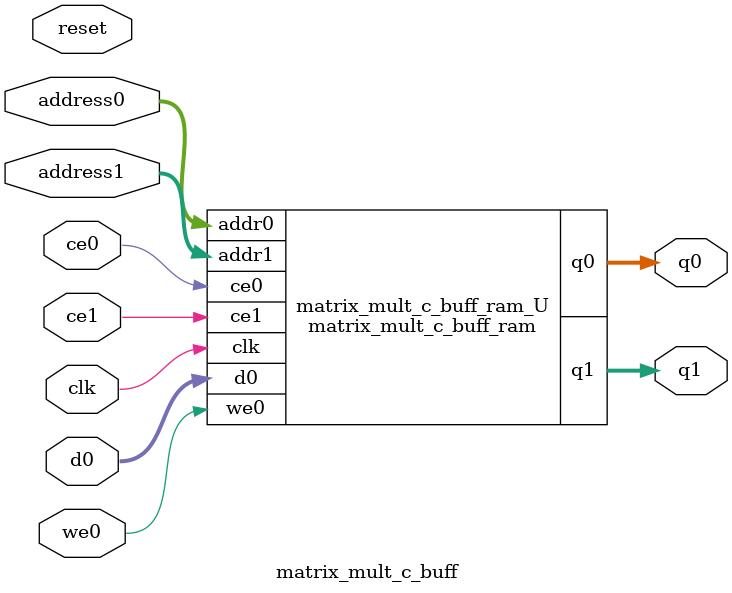
<source format=v>
`timescale 1 ns / 1 ps
module matrix_mult_c_buff_ram (addr0, ce0, d0, we0, q0, addr1, ce1, q1,  clk);

parameter DWIDTH = 32;
parameter AWIDTH = 9;
parameter MEM_SIZE = 400;

input[AWIDTH-1:0] addr0;
input ce0;
input[DWIDTH-1:0] d0;
input we0;
output reg[DWIDTH-1:0] q0;
input[AWIDTH-1:0] addr1;
input ce1;
output reg[DWIDTH-1:0] q1;
input clk;

(* ram_style = "block" *)reg [DWIDTH-1:0] ram[0:MEM_SIZE-1];




always @(posedge clk)  
begin 
    if (ce0) begin
        if (we0) 
            ram[addr0] <= d0; 
        q0 <= ram[addr0];
    end
end


always @(posedge clk)  
begin 
    if (ce1) begin
        q1 <= ram[addr1];
    end
end


endmodule

`timescale 1 ns / 1 ps
module matrix_mult_c_buff(
    reset,
    clk,
    address0,
    ce0,
    we0,
    d0,
    q0,
    address1,
    ce1,
    q1);

parameter DataWidth = 32'd32;
parameter AddressRange = 32'd400;
parameter AddressWidth = 32'd9;
input reset;
input clk;
input[AddressWidth - 1:0] address0;
input ce0;
input we0;
input[DataWidth - 1:0] d0;
output[DataWidth - 1:0] q0;
input[AddressWidth - 1:0] address1;
input ce1;
output[DataWidth - 1:0] q1;



matrix_mult_c_buff_ram matrix_mult_c_buff_ram_U(
    .clk( clk ),
    .addr0( address0 ),
    .ce0( ce0 ),
    .we0( we0 ),
    .d0( d0 ),
    .q0( q0 ),
    .addr1( address1 ),
    .ce1( ce1 ),
    .q1( q1 ));

endmodule


</source>
